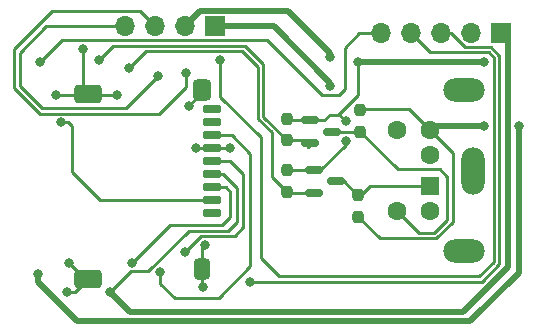
<source format=gtl>
%TF.GenerationSoftware,KiCad,Pcbnew,6.0.7*%
%TF.CreationDate,2022-09-21T21:00:49-05:00*%
%TF.ProjectId,keyboardPCBv2,6b657962-6f61-4726-9450-434276322e6b,rev?*%
%TF.SameCoordinates,Original*%
%TF.FileFunction,Copper,L1,Top*%
%TF.FilePolarity,Positive*%
%FSLAX46Y46*%
G04 Gerber Fmt 4.6, Leading zero omitted, Abs format (unit mm)*
G04 Created by KiCad (PCBNEW 6.0.7) date 2022-09-21 21:00:49*
%MOMM*%
%LPD*%
G01*
G04 APERTURE LIST*
G04 Aperture macros list*
%AMRoundRect*
0 Rectangle with rounded corners*
0 $1 Rounding radius*
0 $2 $3 $4 $5 $6 $7 $8 $9 X,Y pos of 4 corners*
0 Add a 4 corners polygon primitive as box body*
4,1,4,$2,$3,$4,$5,$6,$7,$8,$9,$2,$3,0*
0 Add four circle primitives for the rounded corners*
1,1,$1+$1,$2,$3*
1,1,$1+$1,$4,$5*
1,1,$1+$1,$6,$7*
1,1,$1+$1,$8,$9*
0 Add four rect primitives between the rounded corners*
20,1,$1+$1,$2,$3,$4,$5,0*
20,1,$1+$1,$4,$5,$6,$7,0*
20,1,$1+$1,$6,$7,$8,$9,0*
20,1,$1+$1,$8,$9,$2,$3,0*%
G04 Aperture macros list end*
%TA.AperFunction,SMDPad,CuDef*%
%ADD10RoundRect,0.237500X-0.237500X0.250000X-0.237500X-0.250000X0.237500X-0.250000X0.237500X0.250000X0*%
%TD*%
%TA.AperFunction,SMDPad,CuDef*%
%ADD11RoundRect,0.150000X-0.587500X-0.150000X0.587500X-0.150000X0.587500X0.150000X-0.587500X0.150000X0*%
%TD*%
%TA.AperFunction,SMDPad,CuDef*%
%ADD12RoundRect,0.175000X0.625000X0.175000X-0.625000X0.175000X-0.625000X-0.175000X0.625000X-0.175000X0*%
%TD*%
%TA.AperFunction,SMDPad,CuDef*%
%ADD13RoundRect,0.400000X0.400000X0.500000X-0.400000X0.500000X-0.400000X-0.500000X0.400000X-0.500000X0*%
%TD*%
%TA.AperFunction,SMDPad,CuDef*%
%ADD14RoundRect,0.400000X0.800000X0.400000X-0.800000X0.400000X-0.800000X-0.400000X0.800000X-0.400000X0*%
%TD*%
%TA.AperFunction,SMDPad,CuDef*%
%ADD15RoundRect,0.350000X0.350000X0.550000X-0.350000X0.550000X-0.350000X-0.550000X0.350000X-0.550000X0*%
%TD*%
%TA.AperFunction,SMDPad,CuDef*%
%ADD16RoundRect,0.237500X0.237500X-0.250000X0.237500X0.250000X-0.237500X0.250000X-0.237500X-0.250000X0*%
%TD*%
%TA.AperFunction,ComponentPad*%
%ADD17R,1.600000X1.600000*%
%TD*%
%TA.AperFunction,ComponentPad*%
%ADD18C,1.600000*%
%TD*%
%TA.AperFunction,ComponentPad*%
%ADD19O,3.500000X2.000000*%
%TD*%
%TA.AperFunction,ComponentPad*%
%ADD20O,2.000000X4.000000*%
%TD*%
%TA.AperFunction,ComponentPad*%
%ADD21R,1.700000X1.700000*%
%TD*%
%TA.AperFunction,ComponentPad*%
%ADD22O,1.700000X1.700000*%
%TD*%
%TA.AperFunction,ViaPad*%
%ADD23C,0.800000*%
%TD*%
%TA.AperFunction,Conductor*%
%ADD24C,0.250000*%
%TD*%
%TA.AperFunction,Conductor*%
%ADD25C,0.500000*%
%TD*%
G04 APERTURE END LIST*
D10*
%TO.P,R1,1*%
%TO.N,+5V*%
X64032500Y-39087500D03*
%TO.P,R1,2*%
%TO.N,/PS2_CLK*%
X64032500Y-40912500D03*
%TD*%
D11*
%TO.P,Q1,1,G*%
%TO.N,+3.3V*%
X59795000Y-39950000D03*
%TO.P,Q1,2,S*%
%TO.N,Keyboard_CLK*%
X59795000Y-41850000D03*
%TO.P,Q1,3,D*%
%TO.N,/PS2_CLK*%
X61670000Y-40900000D03*
%TD*%
D12*
%TO.P,U1,1,DAT2(RSV)*%
%TO.N,unconnected-(U1-Pad1)*%
X51507500Y-47800000D03*
%TO.P,U1,2,CDDAT3(CS)*%
%TO.N,SD_CS*%
X51507500Y-46700000D03*
%TO.P,U1,3,CMD(DI)*%
%TO.N,SD_MOSI*%
X51507500Y-45600000D03*
%TO.P,U1,4,VDD*%
%TO.N,+3.3V*%
X51507500Y-44500000D03*
%TO.P,U1,5,CLK(SCLK)*%
%TO.N,SD_SCK*%
X51507500Y-43400000D03*
%TO.P,U1,6,VSS*%
%TO.N,GND*%
X51507500Y-42300000D03*
%TO.P,U1,7,DAT0(D0)*%
%TO.N,SD_MISO*%
X51507500Y-41200000D03*
%TO.P,U1,8,DAT1(RSV)*%
%TO.N,unconnected-(U1-Pad8)*%
X51507500Y-40100000D03*
%TO.P,U1,9,CD*%
%TO.N,unconnected-(U1-Pad9)*%
X51507500Y-39000000D03*
D13*
%TO.P,U1,10,GND*%
%TO.N,GND*%
X50654500Y-37350000D03*
D14*
%TO.P,U1,11,GND*%
X41004500Y-37750000D03*
%TO.P,U1,12,GND*%
X41004500Y-53350000D03*
D15*
%TO.P,U1,13,GND*%
X50654500Y-52501000D03*
%TD*%
D10*
%TO.P,R4,1*%
%TO.N,+3.3V*%
X57832500Y-44187500D03*
%TO.P,R4,2*%
%TO.N,Keyboard_DATA*%
X57832500Y-46012500D03*
%TD*%
D16*
%TO.P,R2,1*%
%TO.N,+5V*%
X63832500Y-48112500D03*
%TO.P,R2,2*%
%TO.N,/PS2_DAT*%
X63832500Y-46287500D03*
%TD*%
D11*
%TO.P,Q2,1,G*%
%TO.N,+3.3V*%
X60095000Y-44175000D03*
%TO.P,Q2,2,S*%
%TO.N,Keyboard_DATA*%
X60095000Y-46075000D03*
%TO.P,Q2,3,D*%
%TO.N,/PS2_DAT*%
X61970000Y-45125000D03*
%TD*%
D10*
%TO.P,R3,1*%
%TO.N,+3.3V*%
X57832500Y-39800000D03*
%TO.P,R3,2*%
%TO.N,Keyboard_CLK*%
X57832500Y-41625000D03*
%TD*%
D17*
%TO.P,P1,1,1*%
%TO.N,/PS2_DAT*%
X69932500Y-45500000D03*
D18*
%TO.P,P1,2,2*%
%TO.N,unconnected-(P1-Pad2)*%
X69932500Y-42900000D03*
%TO.P,P1,3,3*%
%TO.N,GND*%
X69932500Y-47600000D03*
%TO.P,P1,4,4*%
%TO.N,+5V*%
X69932500Y-40800000D03*
%TO.P,P1,5,5*%
%TO.N,/PS2_CLK*%
X67132500Y-47600000D03*
%TO.P,P1,6*%
%TO.N,unconnected-(P1-Pad6)*%
X67132500Y-40800000D03*
D19*
%TO.P,P1,7,Shell*%
%TO.N,GND*%
X72782500Y-51050000D03*
X72782500Y-37350000D03*
D20*
X73582500Y-44200000D03*
%TD*%
D21*
%TO.P,J1,1,Pin_1*%
%TO.N,+3.3V*%
X75932500Y-32575000D03*
D22*
%TO.P,J1,2,Pin_2*%
%TO.N,GND*%
X73392500Y-32575000D03*
%TO.P,J1,3,Pin_3*%
%TO.N,EXTRA_PIN3*%
X70852500Y-32575000D03*
%TO.P,J1,4,Pin_4*%
%TO.N,EXTRA_PIN2*%
X68312500Y-32575000D03*
%TO.P,J1,5,Pin_5*%
%TO.N,EXTRA_PIN1*%
X65772500Y-32575000D03*
%TD*%
D21*
%TO.P,Screen1,1,GND*%
%TO.N,Net-(JP1-Pad2)*%
X51732500Y-32000000D03*
D22*
%TO.P,Screen1,2,VDD*%
%TO.N,Net-(JP2-Pad2)*%
X49192500Y-32000000D03*
%TO.P,Screen1,3,SCK*%
%TO.N,Screen_SCL*%
X46652500Y-32000000D03*
%TO.P,Screen1,4,SDA*%
%TO.N,Screen_SDA*%
X44112500Y-32000000D03*
%TD*%
D23*
%TO.N,+5V*%
X77432500Y-40400000D03*
X74500000Y-40400000D03*
X36732500Y-53000000D03*
%TO.N,GND*%
X39332500Y-52000000D03*
X53000000Y-42300000D03*
X50700000Y-54100000D03*
X43432500Y-37800000D03*
X50100000Y-42300000D03*
X38232500Y-37800000D03*
X40532500Y-33899500D03*
X49500000Y-38700000D03*
X50844799Y-50474500D03*
X39200000Y-54500000D03*
%TO.N,+3.3V*%
X62800000Y-40000000D03*
X74500000Y-35000000D03*
X42832500Y-54500000D03*
X63832500Y-35000000D03*
X62800000Y-41700000D03*
%TO.N,SD_CS*%
X38732500Y-40099500D03*
%TO.N,Keyboard_CLK*%
X41932500Y-34800000D03*
%TO.N,Keyboard_DATA*%
X44434680Y-35502180D03*
%TO.N,SD_SCK*%
X49200000Y-51100000D03*
%TO.N,SD_MOSI*%
X44713663Y-51998180D03*
%TO.N,SD_MISO*%
X47100000Y-52800000D03*
%TO.N,Screen_SDA*%
X46932500Y-36200000D03*
%TO.N,Screen_SCL*%
X49232500Y-35900000D03*
%TO.N,EXTRA_PIN1*%
X36932500Y-35000000D03*
%TO.N,EXTRA_PIN2*%
X52132500Y-34800000D03*
%TO.N,EXTRA_PIN3*%
X54732500Y-53600000D03*
%TO.N,Net-(JP1-Pad2)*%
X61500000Y-37075500D03*
%TO.N,Net-(JP2-Pad2)*%
X61500000Y-34600000D03*
%TD*%
D24*
%TO.N,+5V*%
X69932500Y-40800000D02*
X68132500Y-39000000D01*
X71850000Y-42717500D02*
X71850000Y-48546283D01*
D25*
X77432500Y-40400000D02*
X77432500Y-52867500D01*
X77432500Y-52867500D02*
X73350000Y-56950000D01*
X40050000Y-56950000D02*
X36732500Y-53632500D01*
D24*
X69932500Y-40800000D02*
X71850000Y-42717500D01*
D25*
X36732500Y-53632500D02*
X36732500Y-53000000D01*
X73350000Y-56950000D02*
X40050000Y-56950000D01*
D24*
X70446283Y-49950000D02*
X65670000Y-49950000D01*
X68132500Y-39000000D02*
X64120000Y-39000000D01*
X65670000Y-49950000D02*
X63832500Y-48112500D01*
X71850000Y-48546283D02*
X70446283Y-49950000D01*
X64120000Y-39000000D02*
X64032500Y-39087500D01*
D25*
X74500000Y-40400000D02*
X70332500Y-40400000D01*
X70332500Y-40400000D02*
X69932500Y-40800000D01*
D24*
%TO.N,GND*%
X41004500Y-37750000D02*
X40532500Y-37278000D01*
X39854500Y-54500000D02*
X41004500Y-53350000D01*
X40682500Y-53350000D02*
X39332500Y-52000000D01*
X50654500Y-37545500D02*
X49500000Y-38700000D01*
X51507500Y-42300000D02*
X50100000Y-42300000D01*
X43432500Y-37800000D02*
X41054500Y-37800000D01*
X40532500Y-37278000D02*
X40532500Y-33899500D01*
X41004500Y-53350000D02*
X40682500Y-53350000D01*
X50654500Y-52501000D02*
X50654500Y-50664799D01*
X50654500Y-54054500D02*
X50654500Y-52501000D01*
X50654500Y-50664799D02*
X50844799Y-50474500D01*
X53000000Y-42300000D02*
X51507500Y-42300000D01*
X39200000Y-54500000D02*
X39854500Y-54500000D01*
X50700000Y-54100000D02*
X50654500Y-54054500D01*
X43432500Y-37800000D02*
X38232500Y-37800000D01*
X41054500Y-37800000D02*
X41004500Y-37750000D01*
X50654500Y-37350000D02*
X50654500Y-37545500D01*
%TO.N,+3.3V*%
X57832500Y-44187500D02*
X60082500Y-44187500D01*
D25*
X76532500Y-33175000D02*
X76532500Y-52400000D01*
X75932500Y-32575000D02*
X76532500Y-33175000D01*
X72732500Y-56200000D02*
X44532500Y-56200000D01*
D24*
X62133750Y-39466250D02*
X61466250Y-39466250D01*
D25*
X44532500Y-56200000D02*
X42832500Y-54500000D01*
D24*
X62800000Y-42000000D02*
X60625000Y-44175000D01*
D25*
X76532500Y-52400000D02*
X72732500Y-56200000D01*
D24*
X63832500Y-37767500D02*
X62133750Y-39466250D01*
X60082500Y-44187500D02*
X60095000Y-44175000D01*
X60982500Y-39950000D02*
X59795000Y-39950000D01*
X53600000Y-48532500D02*
X53600000Y-45667500D01*
X63832500Y-35000000D02*
X63832500Y-37767500D01*
X52432500Y-44500000D02*
X51507500Y-44500000D01*
X46077320Y-52722680D02*
X49500000Y-49300000D01*
X60625000Y-44175000D02*
X60095000Y-44175000D01*
X59795000Y-39950000D02*
X57982500Y-39950000D01*
X62266250Y-39466250D02*
X61466250Y-39466250D01*
X53600000Y-45667500D02*
X52432500Y-44500000D01*
X62800000Y-40000000D02*
X62266250Y-39466250D01*
D25*
X63832500Y-35000000D02*
X74500000Y-35000000D01*
D24*
X62800000Y-41700000D02*
X62800000Y-42000000D01*
X42832500Y-54500000D02*
X44609820Y-52722680D01*
X44609820Y-52722680D02*
X46077320Y-52722680D01*
X49500000Y-49300000D02*
X52832500Y-49300000D01*
X57982500Y-39950000D02*
X57832500Y-39800000D01*
X61466250Y-39466250D02*
X60982500Y-39950000D01*
X52832500Y-49300000D02*
X53600000Y-48532500D01*
%TO.N,SD_CS*%
X38732500Y-40099500D02*
X39268280Y-40099500D01*
X42000000Y-46700000D02*
X51507500Y-46700000D01*
X39632500Y-44332500D02*
X42000000Y-46700000D01*
X39268280Y-40099500D02*
X39632500Y-40463720D01*
X39632500Y-40463720D02*
X39632500Y-44332500D01*
%TO.N,Keyboard_CLK*%
X55832500Y-39625000D02*
X57832500Y-41625000D01*
X59057500Y-41625000D02*
X59632500Y-42200000D01*
X41932500Y-34800000D02*
X43107500Y-33625000D01*
X54257500Y-33625000D02*
X55832500Y-35200000D01*
X55832500Y-35200000D02*
X55832500Y-39625000D01*
X59795000Y-42037500D02*
X59795000Y-41850000D01*
X43107500Y-33625000D02*
X54257500Y-33625000D01*
X57832500Y-41625000D02*
X59057500Y-41625000D01*
X59632500Y-42200000D02*
X59795000Y-42037500D01*
%TO.N,Keyboard_DATA*%
X60095000Y-46075000D02*
X57895000Y-46075000D01*
X44434680Y-35502180D02*
X45861860Y-34075000D01*
X55382500Y-39811396D02*
X56532500Y-40961396D01*
X54007500Y-34075000D02*
X55382500Y-35450000D01*
X56532500Y-40961396D02*
X56532500Y-44712500D01*
X45861860Y-34075000D02*
X54007500Y-34075000D01*
X57895000Y-46075000D02*
X57832500Y-46012500D01*
X55382500Y-35450000D02*
X55382500Y-39811396D01*
X56532500Y-44712500D02*
X57832500Y-46012500D01*
%TO.N,SD_SCK*%
X49200000Y-51100000D02*
X50119799Y-50180201D01*
X53032500Y-43400000D02*
X51507500Y-43400000D01*
X54132500Y-49000000D02*
X54132500Y-44500000D01*
X50119799Y-50180201D02*
X50119799Y-50174195D01*
X50119799Y-50174195D02*
X50543994Y-49750000D01*
X54132500Y-44500000D02*
X53032500Y-43400000D01*
X53382500Y-49750000D02*
X54132500Y-49000000D01*
X50543994Y-49750000D02*
X53382500Y-49750000D01*
%TO.N,SD_MOSI*%
X47932500Y-48800000D02*
X52332500Y-48800000D01*
X53032500Y-46000000D02*
X52632500Y-45600000D01*
X44713663Y-51998180D02*
X44734320Y-51998180D01*
X53032500Y-48100000D02*
X53032500Y-46000000D01*
X52632500Y-45600000D02*
X51507500Y-45600000D01*
X52332500Y-48800000D02*
X53032500Y-48100000D01*
X44734320Y-51998180D02*
X47932500Y-48800000D01*
%TO.N,SD_MISO*%
X53132500Y-41200000D02*
X51507500Y-41200000D01*
X52032500Y-55000000D02*
X54732500Y-52300000D01*
X54732500Y-42800000D02*
X53132500Y-41200000D01*
X47100000Y-52800000D02*
X47100000Y-53767500D01*
X48332500Y-55000000D02*
X52032500Y-55000000D01*
X54732500Y-52300000D02*
X54732500Y-42800000D01*
X47100000Y-53767500D02*
X48332500Y-55000000D01*
%TO.N,Screen_SDA*%
X46932500Y-36200000D02*
X44232500Y-38900000D01*
X37068896Y-38900000D02*
X35182500Y-37013604D01*
X37400000Y-32000000D02*
X44112500Y-32000000D01*
X35182500Y-34217500D02*
X37400000Y-32000000D01*
X44232500Y-38900000D02*
X37068896Y-38900000D01*
X35182500Y-37013604D02*
X35182500Y-34217500D01*
%TO.N,Screen_SCL*%
X46652500Y-32000000D02*
X45352500Y-30700000D01*
X46957500Y-39375000D02*
X49232500Y-37100000D01*
X34732500Y-33900000D02*
X34732500Y-37200000D01*
X45352500Y-30700000D02*
X37932500Y-30700000D01*
X37932500Y-30700000D02*
X34732500Y-33900000D01*
X34732500Y-37200000D02*
X36907500Y-39375000D01*
X49232500Y-37100000D02*
X49232500Y-35900000D01*
X36907500Y-39375000D02*
X46957500Y-39375000D01*
%TO.N,EXTRA_PIN1*%
X38757500Y-33175000D02*
X56171104Y-33175000D01*
X60796104Y-37800000D02*
X62200000Y-37800000D01*
X63957500Y-32575000D02*
X65772500Y-32575000D01*
X62200000Y-37800000D02*
X62700000Y-37300000D01*
X62700000Y-33832500D02*
X63957500Y-32575000D01*
X62700000Y-37300000D02*
X62700000Y-33832500D01*
X36932500Y-35000000D02*
X38757500Y-33175000D01*
X56171104Y-33175000D02*
X60796104Y-37800000D01*
%TO.N,EXTRA_PIN2*%
X74900000Y-34200000D02*
X69937500Y-34200000D01*
X52132500Y-37932500D02*
X55600000Y-41400000D01*
X75332500Y-34632500D02*
X74900000Y-34200000D01*
X57150000Y-53150000D02*
X74113604Y-53150000D01*
X55600000Y-51600000D02*
X57150000Y-53150000D01*
X55600000Y-41400000D02*
X55600000Y-51600000D01*
X74113604Y-53150000D02*
X75332500Y-51931104D01*
X52132500Y-34800000D02*
X52132500Y-37932500D01*
X69937500Y-34200000D02*
X68312500Y-32575000D01*
X75332500Y-51931104D02*
X75332500Y-34632500D01*
%TO.N,EXTRA_PIN3*%
X75086396Y-33750000D02*
X72905799Y-33750000D01*
X72905799Y-33750000D02*
X71730799Y-32575000D01*
X74300000Y-53600000D02*
X75800000Y-52100000D01*
X71730799Y-32575000D02*
X70852500Y-32575000D01*
X75800000Y-52100000D02*
X75800000Y-34463604D01*
X71647500Y-32515000D02*
X70912500Y-32515000D01*
X54732500Y-53600000D02*
X74300000Y-53600000D01*
X70912500Y-32515000D02*
X70852500Y-32575000D01*
X75800000Y-34463604D02*
X75086396Y-33750000D01*
D25*
%TO.N,Net-(JP1-Pad2)*%
X56700000Y-32000000D02*
X51732500Y-32000000D01*
X61500000Y-37075500D02*
X61500000Y-36800000D01*
X61500000Y-36800000D02*
X56700000Y-32000000D01*
%TO.N,Net-(JP2-Pad2)*%
X50492500Y-30700000D02*
X49192500Y-32000000D01*
X57932500Y-30700000D02*
X50492500Y-30700000D01*
D24*
X61500000Y-34600000D02*
X61500000Y-34267500D01*
D25*
X61500000Y-34267500D02*
X57932500Y-30700000D01*
D24*
%TO.N,/PS2_DAT*%
X64845000Y-45500000D02*
X63932500Y-46412500D01*
X63932500Y-46412500D02*
X62645000Y-45125000D01*
X62645000Y-45125000D02*
X61970000Y-45125000D01*
X69932500Y-45500000D02*
X64845000Y-45500000D01*
%TO.N,/PS2_CLK*%
X67220000Y-44100000D02*
X64032500Y-40912500D01*
X67132500Y-47600000D02*
X69032500Y-49500000D01*
X63907500Y-40900000D02*
X63932500Y-40875000D01*
X71400000Y-44717500D02*
X70782500Y-44100000D01*
X70259887Y-49500000D02*
X71400000Y-48359887D01*
X61670000Y-40900000D02*
X63907500Y-40900000D01*
X71400000Y-48359887D02*
X71400000Y-44717500D01*
X70782500Y-44100000D02*
X67220000Y-44100000D01*
X69032500Y-49500000D02*
X70259887Y-49500000D01*
%TD*%
M02*

</source>
